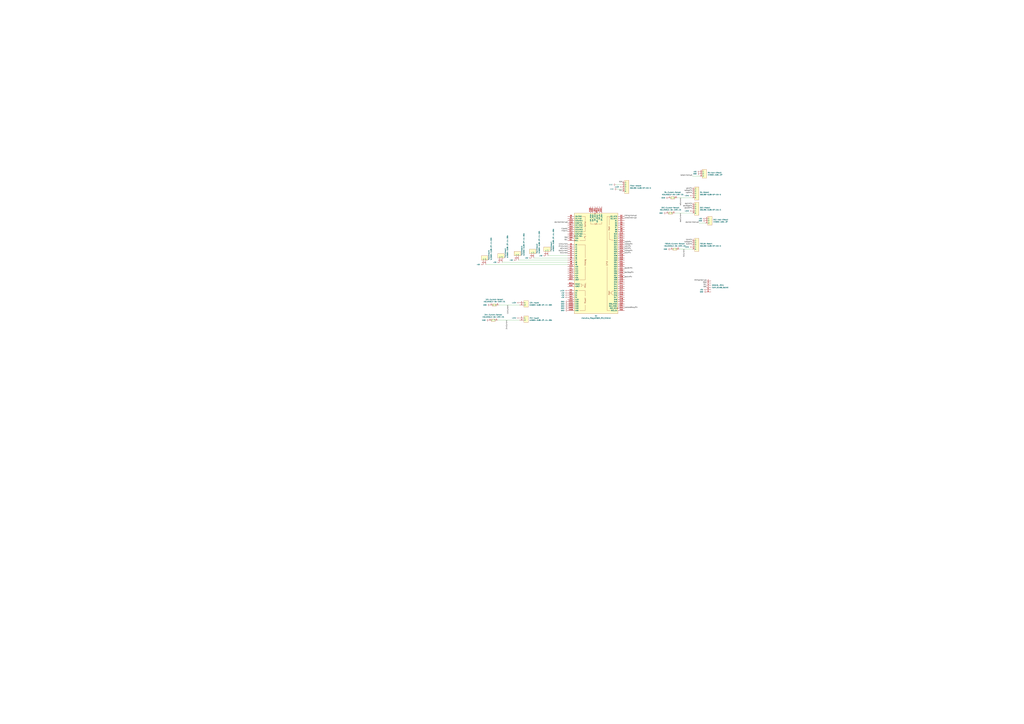
<source format=kicad_sch>
(kicad_sch (version 20230121) (generator eeschema)
  (paper "A0")
  (lib_symbols
    (symbol "Connector:Conn_01x06_Socket" (pin_names (offset 1.016) hide)
      (property "Reference" "J" (at 0 7.62 0))
      (property "Value" "Conn_01x06_Socket" (at 0 -10.16 0))
      (symbol "Conn_01x06_Socket_1_1"
        (arc (start 0 -7.112) (mid -0.5058 -7.62) (end 0 -8.128) (stroke (width 0.1524)))
        (arc (start 0 -4.572) (mid -0.5058 -5.08) (end 0 -5.588) (stroke (width 0.1524)))
        (arc (start 0 -2.032) (mid -0.5058 -2.54) (end 0 -3.048) (stroke (width 0.1524)))
        (polyline (pts (xy -1.27 -7.62) (xy -0.508 -7.62)) (stroke (width 0.1524)))
        (polyline (pts (xy -1.27 -5.08) (xy -0.508 -5.08)) (stroke (width 0.1524)))
        (polyline (pts (xy -1.27 -2.54) (xy -0.508 -2.54)) (stroke (width 0.1524)))
        (polyline (pts (xy -1.27 0) (xy -0.508 0)) (stroke (width 0.1524)))
        (polyline (pts (xy -1.27 2.54) (xy -0.508 2.54)) (stroke (width 0.1524)))
        (polyline (pts (xy -1.27 5.08) (xy -0.508 5.08)) (stroke (width 0.1524)))
        (arc (start 0 0.508) (mid -0.5058 0) (end 0 -0.508) (stroke (width 0.1524)))
        (arc (start 0 3.048) (mid -0.5058 2.54) (end 0 2.032) (stroke (width 0.1524)))
        (arc (start 0 5.588) (mid -0.5058 5.08) (end 0 4.572) (stroke (width 0.1524)))
        (pin passive line (at -5.08 5.08 0) (length 3.81) (name "Pin_1") (number "1"))
        (pin passive line (at -5.08 2.54 0) (length 3.81) (name "Pin_2") (number "2"))
        (pin passive line (at -5.08 0 0) (length 3.81) (name "Pin_3") (number "3"))
        (pin passive line (at -5.08 -2.54 0) (length 3.81) (name "Pin_4") (number "4"))
        (pin passive line (at -5.08 -5.08 0) (length 3.81) (name "Pin_5") (number "5"))
        (pin passive line (at -5.08 -7.62 0) (length 3.81) (name "Pin_6") (number "6"))
      )
    )
    (symbol "New:DB128V-5.08-5P-GN-S"
      (property "Reference" "CN" (at 0 10.16 0))
      (property "Value" "DB128V-5.08-5P-GN-S" (at 0 -10.16 0))
      (symbol "DB128V-5.08-5P-GN-S_0_1"
        (rectangle (start -2.54 7.62) (end 2.54 -7.62) (fill (type background)))
        (circle (center -1.27 6.35) (radius 0.38))
        (pin unspecified line (at -5.08 5.08 0) (length 2.54) (name "1") (number "1"))
        (pin unspecified line (at -5.08 2.54 0) (length 2.54) (name "2") (number "2"))
        (pin unspecified line (at -5.08 0 0) (length 2.54) (name "3") (number "3"))
        (pin unspecified line (at -5.08 -2.54 0) (length 2.54) (name "4") (number "4"))
        (pin unspecified line (at -5.08 -5.08 0) (length 2.54) (name "5") (number "5"))
      )
    )
    (symbol "New:HOJLR2512-3W-1MR-1%"
      (property "Reference" "R" (at 0 5.08 0))
      (property "Value" "HOJLR2512-3W-1MR-1%" (at 0 -5.08 0))
      (symbol "HOJLR2512-3W-1MR-1%_0_1"
        (rectangle (start -2.54 1.27) (end 2.54 -1.27) (fill (type background)))
        (pin unspecified line (at -5.08 0 0) (length 2.54) (name "1") (number "1"))
        (pin unspecified line (at 5.08 0 180) (length 2.54) (name "2") (number "2"))
      )
    )
    (symbol "New:WJ500V-5.08-2P-14-00A"
      (property "Reference" "P" (at 0 0 0))
      (property "Value" "WJ500V-5.08-2P-14-00A" (at 0 -10.16 0))
      (symbol "WJ500V-5.08-2P-14-00A_0_1"
        (rectangle (start -3.81 5.08) (end 3.81 0) (fill (type background)))
        (pin unspecified line (at -1.27 -5.08 90) (length 5.08) (name "1") (number "1"))
        (pin unspecified line (at 1.27 -5.08 90) (length 5.08) (name "2") (number "2"))
      )
    )
    (symbol "New:XY303V-3.81-3P"
      (property "Reference" "U" (at 0 7.62 0))
      (property "Value" "XY303V-3.81-3P" (at 0 -7.62 0))
      (symbol "XY303V-3.81-3P_0_1"
        (rectangle (start -2.54 5.08) (end 2.54 -5.08) (fill (type background)))
        (circle (center -1.27 3.81) (radius 0.38))
        (pin unspecified line (at -5.08 2.54 0) (length 2.54) (name "1") (number "1"))
        (pin unspecified line (at -5.08 0 0) (length 2.54) (name "2") (number "2"))
        (pin unspecified line (at -5.08 -2.54 0) (length 2.54) (name "3") (number "3"))
      )
    )
    (symbol "arduino-library:Arduino_Mega2560_R3_Shield" (pin_names (offset 1.016))
      (property "Reference" "A" (at 0 -62.23 0))
      (property "Value" "Arduino_Mega2560_R3_Shield" (at 0 -66.04 0))
      (symbol "Arduino_Mega2560_R3_Shield_0_0"
        (rectangle (start -25.4 -58.42) (end 25.4 58.42) (fill (type background)))
        (rectangle (start -20.32 -31.75) (end -12.7 -31.75))
        (rectangle (start -19.05 -54.61) (end -12.7 -54.61))
        (rectangle (start -19.05 -19.05) (end -12.7 -19.05))
        (rectangle (start -19.05 26.67) (end -12.7 26.67))
        (rectangle (start -17.78 -26.67) (end -16.51 -26.67))
        (rectangle (start -17.78 -24.13) (end -16.51 -24.13))
        (rectangle (start -16.51 -25.4) (end -13.97 -25.4))
        (rectangle (start -16.51 -24.13) (end -16.51 -26.67))
        (rectangle (start -16.51 54.61) (end -12.7 54.61))
        (rectangle (start -15.24 34.29) (end -12.7 34.29))
        (rectangle (start -15.24 36.83) (end -12.7 36.83))
        (rectangle (start -12.7 -54.61) (end -12.7 -48.26))
        (rectangle (start -12.7 -31.75) (end -12.7 -38.1))
        (rectangle (start -12.7 26.67) (end -12.7 27.94))
        (rectangle (start -12.7 34.29) (end -12.7 33.02))
        (rectangle (start -12.7 41.91) (end -12.7 36.83))
        (rectangle (start -12.7 49.53) (end -12.7 54.61))
        (rectangle (start -6.35 48.26) (end -6.35 45.72))
        (rectangle (start -2.54 45.72) (end -6.35 45.72))
        (polyline (pts (xy -21.59 21.59) (xy -12.7 21.59)))
        (polyline (pts (xy -12.7 -19.05) (xy -12.7 -3.81)))
        (polyline (pts (xy -12.7 6.35) (xy -12.7 21.59)))
        (polyline (pts (xy 12.7 -54.61) (xy 16.51 -54.61)))
        (polyline (pts (xy 12.7 54.61) (xy 16.51 54.61)))
        (polyline (pts (xy 17.78 -34.29) (xy 16.51 -34.29)))
        (polyline (pts (xy 15.24 36.83) (xy 15.24 27.94) (xy 20.32 26.67)))
        (polyline (pts (xy 15.24 44.45) (xy 15.24 53.34) (xy 16.51 54.61)))
        (polyline (pts (xy 20.32 -31.75) (xy 17.78 -33.02) (xy 17.78 -35.56) (xy 20.32 -36.83)))
        (rectangle (start 6.35 45.72) (end 2.54 45.72))
        (rectangle (start 6.35 48.26) (end 6.35 45.72))
        (text "Analog" (at -12.7 1.27 900) (effects (font (size 1.524 1.524))))
        (text "I²C" (at -12.7 30.48 900) (effects (font (size 1.524 1.524))))
        (text "Misc." (at -12.7 -25.4 900) (effects (font (size 1.524 1.524))))
        (text "Power" (at -12.7 -43.18 900) (effects (font (size 1.524 1.524))))
        (text "PWM" (at 15.24 -34.29 900) (effects (font (size 1.524 1.524))))
        (text "PWM" (at 15.24 40.64 900) (effects (font (size 1.524 1.524))))
        (text "Serial" (at -12.7 45.72 900) (effects (font (size 1.524 1.524))))
        (text "SPI" (at 0 45.72 0) (effects (font (size 1.524 1.524))))
      )
      (symbol "Arduino_Mega2560_R3_Shield_1_0"
        (rectangle (start 12.7 -54.61) (end 12.7 -3.81))
        (rectangle (start 12.7 54.61) (end 12.7 3.81))
        (text "GPIO" (at 12.7 0 900) (effects (font (size 1.524 1.524))))
      )
      (symbol "Arduino_Mega2560_R3_Shield_1_1"
        (pin power_out line (at -33.02 -41.91 0) (length 7.62) (name "3.3V") (number "3V3"))
        (pin power_in line (at -33.02 -34.29 0) (length 7.62) (name "5V") (number "5V1"))
        (pin power_in line (at 3.81 66.04 270) (length 7.62) (name "SPI_5V") (number "5V2"))
        (pin power_in line (at -33.02 -36.83 0) (length 7.62) (name "5V") (number "5V3"))
        (pin power_in line (at -33.02 -39.37 0) (length 7.62) (name "5V") (number "5V4"))
        (pin bidirectional line (at -33.02 21.59 0) (length 7.62) (name "A0") (number "A0"))
        (pin bidirectional line (at -33.02 19.05 0) (length 7.62) (name "A1") (number "A1"))
        (pin bidirectional line (at -33.02 -3.81 0) (length 7.62) (name "A10") (number "A10"))
        (pin bidirectional line (at -33.02 -6.35 0) (length 7.62) (name "A11") (number "A11"))
        (pin bidirectional line (at -33.02 -8.89 0) (length 7.62) (name "A12") (number "A12"))
        (pin bidirectional line (at -33.02 -11.43 0) (length 7.62) (name "A13") (number "A13"))
        (pin bidirectional line (at -33.02 -13.97 0) (length 7.62) (name "A14") (number "A14"))
        (pin bidirectional line (at -33.02 -16.51 0) (length 7.62) (name "A15") (number "A15"))
        (pin bidirectional line (at -33.02 16.51 0) (length 7.62) (name "A2") (number "A2"))
        (pin bidirectional line (at -33.02 13.97 0) (length 7.62) (name "A3") (number "A3"))
        (pin bidirectional line (at -33.02 11.43 0) (length 7.62) (name "A4") (number "A4"))
        (pin bidirectional line (at -33.02 8.89 0) (length 7.62) (name "A5") (number "A5"))
        (pin bidirectional line (at -33.02 6.35 0) (length 7.62) (name "A6") (number "A6"))
        (pin bidirectional line (at -33.02 3.81 0) (length 7.62) (name "A7") (number "A7"))
        (pin bidirectional line (at -33.02 1.27 0) (length 7.62) (name "A8") (number "A8"))
        (pin bidirectional line (at -33.02 -1.27 0) (length 7.62) (name "A9") (number "A9"))
        (pin input line (at -33.02 -19.05 0) (length 7.62) (name "AREF") (number "AREF"))
        (pin bidirectional line (at -33.02 54.61 0) (length 7.62) (name "D0/RX0") (number "D0"))
        (pin bidirectional line (at -33.02 52.07 0) (length 7.62) (name "D1/TX0") (number "D1"))
        (pin bidirectional line (at 33.02 34.29 180) (length 7.62) (name "D10") (number "D10"))
        (pin bidirectional line (at 33.02 31.75 180) (length 7.62) (name "D11") (number "D11"))
        (pin bidirectional line (at 33.02 29.21 180) (length 7.62) (name "D12") (number "D12"))
        (pin bidirectional line (at 33.02 26.67 180) (length 7.62) (name "D13") (number "D13"))
        (pin bidirectional line (at -33.02 36.83 0) (length 7.62) (name "D14/TX3") (number "D14"))
        (pin bidirectional line (at -33.02 39.37 0) (length 7.62) (name "D15/RX3") (number "D15"))
        (pin bidirectional line (at -33.02 41.91 0) (length 7.62) (name "D16/TX2") (number "D16"))
        (pin bidirectional line (at -33.02 44.45 0) (length 7.62) (name "D17/RX2") (number "D17"))
        (pin bidirectional line (at -33.02 46.99 0) (length 7.62) (name "D18/TX1") (number "D18"))
        (pin bidirectional line (at -33.02 49.53 0) (length 7.62) (name "D19/RX1") (number "D19"))
        (pin bidirectional line (at 33.02 54.61 180) (length 7.62) (name "D2_INT0") (number "D2"))
        (pin bidirectional line (at -33.02 34.29 0) (length 7.62) (name "D20/SDA") (number "D20"))
        (pin bidirectional clock (at -33.02 31.75 0) (length 7.62) (name "D21/SCL") (number "D21"))
        (pin bidirectional line (at 33.02 24.13 180) (length 7.62) (name "D22") (number "D22"))
        (pin bidirectional line (at 33.02 21.59 180) (length 7.62) (name "D23") (number "D23"))
        (pin bidirectional line (at 33.02 19.05 180) (length 7.62) (name "D24") (number "D24"))
        (pin bidirectional line (at 33.02 16.51 180) (length 7.62) (name "D25") (number "D25"))
        (pin bidirectional line (at 33.02 13.97 180) (length 7.62) (name "D26") (number "D26"))
        (pin bidirectional line (at 33.02 11.43 180) (length 7.62) (name "D27") (number "D27"))
        (pin bidirectional line (at 33.02 8.89 180) (length 7.62) (name "D28") (number "D28"))
        (pin bidirectional line (at 33.02 6.35 180) (length 7.62) (name "D29") (number "D29"))
        (pin bidirectional line (at 33.02 52.07 180) (length 7.62) (name "D3_INT1") (number "D3"))
        (pin bidirectional line (at 33.02 3.81 180) (length 7.62) (name "D30") (number "D30"))
        (pin bidirectional line (at 33.02 1.27 180) (length 7.62) (name "D31") (number "D31"))
        (pin bidirectional line (at 33.02 -1.27 180) (length 7.62) (name "D32") (number "D32"))
        (pin bidirectional line (at 33.02 -3.81 180) (length 7.62) (name "D33") (number "D33"))
        (pin bidirectional line (at 33.02 -6.35 180) (length 7.62) (name "D34") (number "D34"))
        (pin bidirectional line (at 33.02 -8.89 180) (length 7.62) (name "D35") (number "D35"))
        (pin bidirectional line (at 33.02 -11.43 180) (length 7.62) (name "D36") (number "D36"))
        (pin bidirectional line (at 33.02 -13.97 180) (length 7.62) (name "D37") (number "D37"))
        (pin bidirectional line (at 33.02 -16.51 180) (length 7.62) (name "D38") (number "D38"))
        (pin bidirectional line (at 33.02 -19.05 180) (length 7.62) (name "D39") (number "D39"))
        (pin bidirectional line (at 33.02 49.53 180) (length 7.62) (name "D4") (number "D4"))
        (pin bidirectional line (at 33.02 -21.59 180) (length 7.62) (name "D40") (number "D40"))
        (pin bidirectional line (at 33.02 -24.13 180) (length 7.62) (name "D41") (number "D41"))
        (pin bidirectional line (at 33.02 -26.67 180) (length 7.62) (name "D42") (number "D42"))
        (pin bidirectional line (at 33.02 -29.21 180) (length 7.62) (name "D43") (number "D43"))
        (pin bidirectional line (at 33.02 -31.75 180) (length 7.62) (name "D44") (number "D44"))
        (pin bidirectional line (at 33.02 -34.29 180) (length 7.62) (name "D45") (number "D45"))
        (pin bidirectional line (at 33.02 -36.83 180) (length 7.62) (name "D46") (number "D46"))
        (pin bidirectional line (at 33.02 -39.37 180) (length 7.62) (name "D47") (number "D47"))
        (pin bidirectional line (at 33.02 -41.91 180) (length 7.62) (name "D48") (number "D48"))
        (pin bidirectional line (at 33.02 -44.45 180) (length 7.62) (name "D49") (number "D49"))
        (pin bidirectional line (at 33.02 46.99 180) (length 7.62) (name "D5") (number "D5"))
        (pin bidirectional line (at 33.02 -46.99 180) (length 7.62) (name "D50_MISO") (number "D50"))
        (pin bidirectional line (at 33.02 -49.53 180) (length 7.62) (name "D51_MOSI") (number "D51"))
        (pin bidirectional clock (at 33.02 -52.07 180) (length 7.62) (name "D52_SCK") (number "D52"))
        (pin bidirectional line (at 33.02 -54.61 180) (length 7.62) (name "D53_CS") (number "D53"))
        (pin bidirectional line (at 33.02 44.45 180) (length 7.62) (name "D6") (number "D6"))
        (pin bidirectional line (at 33.02 41.91 180) (length 7.62) (name "D7") (number "D7"))
        (pin bidirectional line (at 33.02 39.37 180) (length 7.62) (name "D8") (number "D8"))
        (pin bidirectional line (at 33.02 36.83 180) (length 7.62) (name "D9") (number "D9"))
        (pin power_in line (at -33.02 -44.45 0) (length 7.62) (name "GND") (number "GND1"))
        (pin power_in line (at -33.02 -46.99 0) (length 7.62) (name "GND") (number "GND2"))
        (pin power_in line (at -33.02 -49.53 0) (length 7.62) (name "GND") (number "GND3"))
        (pin power_in line (at 6.35 66.04 270) (length 7.62) (name "SPI_GND") (number "GND4"))
        (pin power_in line (at -33.02 -52.07 0) (length 7.62) (name "GND") (number "GND5"))
        (pin power_in line (at -33.02 -54.61 0) (length 7.62) (name "GND") (number "GND6"))
        (pin output line (at -33.02 -26.67 0) (length 7.62) (name "IOREF") (number "IORF"))
        (pin input line (at -6.35 66.04 270) (length 7.62) (name "SPI_MISO") (number "MISO"))
        (pin output line (at -3.81 66.04 270) (length 7.62) (name "SPI_MOSI") (number "MOSI"))
        (pin open_collector input_low (at -33.02 -24.13 0) (length 7.62) (name "RESET") (number "RST1"))
        (pin open_collector input_low (at 1.27 66.04 270) (length 7.62) (name "SPI_RESET") (number "RST2"))
        (pin output clock (at -1.27 66.04 270) (length 7.62) (name "SPI_SCK") (number "SCK"))
        (pin bidirectional clock (at -33.02 26.67 0) (length 7.62) (name "SCL") (number "SCL"))
        (pin bidirectional line (at -33.02 29.21 0) (length 7.62) (name "SDA") (number "SDA"))
        (pin power_in line (at -33.02 -31.75 0) (length 7.62) (name "VIN") (number "VIN"))
      )
    )
    (symbol "power:+12V" (power) (pin_names (offset 0))
      (property "Value" "+12V" (at 0 3.556 0))
      (symbol "+12V_0_1"
        (polyline (pts (xy -0.762 1.27) (xy 0 2.54)))
        (polyline (pts (xy 0 0) (xy 0 2.54)))
        (polyline (pts (xy 0 2.54) (xy 0.762 1.27)))
      )
      (symbol "+12V_1_1"
        (pin power_in line (at 0 0 90) (length 0) hide (name "+12V") (number "1"))
      )
    )
    (symbol "power:+24V" (power) (pin_names (offset 0))
      (property "Value" "+24V" (at 0 3.556 0))
      (symbol "+24V_0_1"
        (polyline (pts (xy -0.762 1.27) (xy 0 2.54)))
        (polyline (pts (xy 0 0) (xy 0 2.54)))
        (polyline (pts (xy 0 2.54) (xy 0.762 1.27)))
      )
      (symbol "+24V_1_1"
        (pin power_in line (at 0 0 90) (length 0) hide (name "+24V") (number "1"))
      )
    )
    (symbol "power:+5V" (power) (pin_names (offset 0))
      (property "Value" "+5V" (at 0 3.556 0))
      (symbol "+5V_0_1"
        (polyline (pts (xy -0.762 1.27) (xy 0 2.54)))
        (polyline (pts (xy 0 0) (xy 0 2.54)))
        (polyline (pts (xy 0 2.54) (xy 0.762 1.27)))
      )
      (symbol "+5V_1_1"
        (pin power_in line (at 0 0 90) (length 0) hide (name "+5V") (number "1"))
      )
    )
    (symbol "power:GND" (power) (pin_names (offset 0))
      (property "Value" "GND" (at 0 -3.81 0))
      (symbol "GND_0_1"
        (polyline (pts (xy 0 0) (xy 0 -1.27) (xy 1.27 -1.27) (xy 0 -2.54) (xy -1.27 -1.27) (xy 0 -1.27)))
      )
      (symbol "GND_1_1"
        (pin power_in line (at 0 0 270) (length 0) hide (name "GND") (number "1"))
      )
    )
  )
  (wire (pts (xy 716.28 219.71) (xy 722.63 219.71)))
  (wire (pts (xy 803.91 204.47) (xy 812.8 204.47)))
  (wire (pts (xy 582.93 304.8) (xy 659.13 304.8)))
  (wire (pts (xy 601.98 302.26) (xy 659.13 302.26)))
  (wire (pts (xy 715.01 214.63) (xy 722.63 214.63)))
  (wire (pts (xy 619.76 299.72) (xy 659.13 299.72)))
  (wire (pts (xy 783.59 247.65) (xy 803.91 247.65)))
  (wire (pts (xy 636.27 297.18) (xy 659.13 297.18)))
  (wire (pts (xy 577.85 372.11) (xy 603.25 372.11)))
  (wire (pts (xy 811.53 259.08) (xy 819.15 259.08)))
  (wire (pts (xy 579.12 354.33) (xy 603.25 354.33)))
  (wire (pts (xy 786.13 229.87) (xy 803.91 229.87)))
  (wire (pts (xy 788.67 289.56) (xy 803.91 289.56)))
  (wire (pts (xy 563.88 307.34) (xy 659.13 307.34)))
  (label "raEnPin" (at 725.17 287.02 0))
  (label "raEnPin" (at 803.91 219.71 180))
  (label "SDA" (at 659.13 276.86 180))
  (label "decHallInterrupt" (at 811.53 259.08 180))
  (label "SCL" (at 659.13 279.4 180))
  (label "raStepPin" (at 725.17 284.48 0))
  (label "SCL" (at 820.42 331.47 180))
  (label "decEnPin" (at 803.91 237.49 180))
  (label "raStepPin" (at 803.91 222.25 180))
  (label "12vCurrent" (at 590.55 354.33 270))
  (label "timingInterrupt" (at 820.42 326.39 180))
  (label "fcEnPin" (at 725.17 294.64 0))
  (label "raHallInterrupt" (at 725.17 254 0))
  (label "raHallInterrupt" (at 803.91 204.47 180))
  (label "raDirPin" (at 725.17 281.94 0))
  (label "fcStepPin" (at 725.17 292.1 0))
  (label "fcEnPin" (at 803.91 279.4 180))
  (label "12vCurrent" (at 659.13 284.48 180))
  (label "decCurrent" (at 659.13 292.1 180))
  (label "fcDirPin" (at 803.91 284.48 180))
  (label "raCurrent" (at 791.21 229.87 270))
  (label "decCurrent" (at 791.21 247.65 270))
  (label "decDirPin" (at 803.91 242.57 180))
  (label "FilterTx" (at 659.13 269.24 180))
  (label "fcCurrent" (at 659.13 294.64 180))
  (label "SDA" (at 722.63 212.09 180))
  (label "decStepPin" (at 803.91 240.03 180))
  (label "decHallInterrupt" (at 659.13 259.08 180))
  (label "SQW" (at 820.42 328.93 180))
  (label "24vCurrent" (at 589.28 372.11 270))
  (label "FilterRx" (at 659.13 266.7 180))
  (label "cameraRelayPin" (at 725.17 358.14 0))
  (label "fcStepPin" (at 803.91 281.94 180))
  (label "raDirPin" (at 803.91 224.79 180))
  (label "SCL" (at 722.63 222.25 180))
  (label "timingInterrupt" (at 725.17 251.46 0))
  (label "raCurrent" (at 659.13 289.56 180))
  (label "24vCurrent" (at 659.13 287.02 180))
  (label "fcCurrent" (at 795.02 289.56 270))
  (label "decEnPin" (at 725.17 322.58 0))
  (label "fcDirPin" (at 725.17 289.56 0))
  (label "decStepPin" (at 725.17 317.5 0))
  (label "SDA" (at 820.42 334.01 180))
  (label "decDirPin" (at 725.17 312.42 0))
  (symbol (lib_id "New:XY303V-3.81-3P") (at 824.23 256.54 0) (unit 1)
    (property "Reference" "DEC-Hall-Effect1" (at 828.04 255.27 0) (effects (justify left)))
    (property "Value" "XY303V-3.81-3P" (at 828.04 257.81 0) (effects (justify left)))
    (property "Footprint" "New:CONN-TH_XY303V-3.81-3P" (effects hide))
    (property "Datasheet" "https://lcsc.com/product-detail/Screw-terminal_XY303V-3-81-3P_C557684.html" (effects hide))
    (property "LCSC Part" "C557684" (effects hide))
  )
  (symbol (lib_id "power:GND") (at 659.13 360.68 270) (unit 1)
    (property "Reference" "#PWR033" (effects hide))
    (property "Value" "GND" (at 655.32 360.68 90) (effects (justify right)))
  )
  (symbol (lib_id "New:WJ500V-5.08-2P-14-00A") (at 618.49 294.64 0) (unit 1)
    (property "Reference" "Thermistor2" (at 623.57 294.64 90) (effects (justify left)))
    (property "Value" "WJ500V-5.08-2P-14-00A" (at 626.11 294.64 90) (effects (justify left)))
    (property "Footprint" "New:CONN-TH_2P-P5.00_WJ500V-5.08-2P" (effects hide))
    (property "Datasheet" "https://lcsc.com/product-detail/Terminal-Blocks_WJ500V-5-08-2P_C8465.html" (effects hide))
    (property "LCSC Part" "C8465" (effects hide))
  )
  (symbol (lib_id "power:+5V") (at 617.22 299.72 90) (unit 1)
    (property "Reference" "#PWR015" (effects hide))
    (property "Value" "+5V" (at 613.41 299.72 90) (effects (justify left)))
  )
  (symbol (lib_id "power:+5V") (at 819.15 254 90) (unit 1)
    (property "Reference" "#PWR02" (effects hide))
    (property "Value" "+5V" (at 815.34 254 90) (effects (justify left)))
  )
  (symbol (lib_id "power:+5V") (at 659.13 345.44 90) (unit 1)
    (property "Reference" "#PWR028" (effects hide))
    (property "Value" "+5V" (at 655.32 345.44 90) (effects (justify left)))
  )
  (symbol (lib_id "power:+5V") (at 820.42 336.55 90) (unit 1)
    (property "Reference" "#PWR05" (effects hide))
    (property "Value" "+5V" (at 816.61 336.55 90) (effects (justify left)))
  )
  (symbol (lib_id "power:+24V") (at 803.91 245.11 90) (unit 1)
    (property "Reference" "#PWR08" (effects hide))
    (property "Value" "+24V" (at 800.1 245.11 90) (effects (justify left)))
  )
  (symbol (lib_id "New:HOJLR2512-3W-1MR-1%") (at 572.77 372.11 0) (unit 1)
    (property "Reference" "24V-Current-Sense1" (at 572.77 365.76 0))
    (property "Value" "HOJLR2512-3W-1MR-1%" (at 572.77 368.3 0))
    (property "Footprint" "New:RES-SMD_L6.4-W3.2-R2512" (effects hide))
    (property "LCSC Part" "C2903470" (effects hide))
  )
  (symbol (lib_id "New:DB128V-5.08-5P-GN-S") (at 808.99 242.57 0) (unit 1)
    (property "Reference" "DEC-Motor1" (at 812.8 241.3 0) (effects (justify left)))
    (property "Value" "DB128V-5.08-5P-GN-S" (at 812.8 243.84 0) (effects (justify left)))
    (property "Footprint" "New:CONN-TH_5P-P5.08_DIBO_DB128V-5.08-5P-GN-S" (effects hide))
    (property "LCSC Part" "C2927513" (effects hide))
  )
  (symbol (lib_id "power:GND") (at 568.96 354.33 270) (unit 1)
    (property "Reference" "#PWR023" (effects hide))
    (property "Value" "GND" (at 565.15 354.33 90) (effects (justify right)))
  )
  (symbol (lib_id "power:GND") (at 819.15 256.54 270) (unit 1)
    (property "Reference" "#PWR04" (effects hide))
    (property "Value" "GND" (at 815.34 256.54 90) (effects (justify right)))
  )
  (symbol (lib_id "power:+12V") (at 659.13 337.82 90) (unit 1)
    (property "Reference" "#PWR025" (effects hide))
    (property "Value" "+12V" (at 655.32 337.82 90) (effects (justify left)))
  )
  (symbol (lib_id "New:HOJLR2512-3W-1MR-1%") (at 781.05 229.87 0) (unit 1)
    (property "Reference" "RA-Current-Sense1" (at 781.05 223.52 0))
    (property "Value" "HOJLR2512-3W-1MR-1%" (at 781.05 226.06 0))
    (property "Footprint" "New:RES-SMD_L6.4-W3.2-R2512" (effects hide))
    (property "LCSC Part" "C2903470" (effects hide))
  )
  (symbol (lib_id "power:GND") (at 716.28 219.71 270) (unit 1)
    (property "Reference" "#PWR017" (effects hide))
    (property "Value" "GND" (at 712.47 219.71 90) (effects (justify right)))
  )
  (symbol (lib_id "power:GND") (at 778.51 289.56 270) (unit 1)
    (property "Reference" "#PWR013" (effects hide))
    (property "Value" "GND" (at 774.7 289.56 90) (effects (justify right)))
  )
  (symbol (lib_id "power:+5V") (at 659.13 340.36 90) (unit 1)
    (property "Reference" "#PWR026" (effects hide))
    (property "Value" "+5V" (at 655.32 340.36 90) (effects (justify left)))
  )
  (symbol (lib_id "power:GND") (at 812.8 201.93 270) (unit 1)
    (property "Reference" "#PWR03" (effects hide))
    (property "Value" "GND" (at 808.99 201.93 90) (effects (justify right)))
  )
  (symbol (lib_id "power:+24V") (at 803.91 287.02 90) (unit 1)
    (property "Reference" "#PWR07" (effects hide))
    (property "Value" "+24V" (at 800.1 287.02 90) (effects (justify left)))
  )
  (symbol (lib_id "New:WJ500V-5.08-2P-14-00A") (at 608.33 370.84 270) (unit 1)
    (property "Reference" "24V-Input1" (at 614.68 369.57 90) (effects (justify left)))
    (property "Value" "WJ500V-5.08-2P-14-00A" (at 614.68 372.11 90) (effects (justify left)))
    (property "Footprint" "New:CONN-TH_2P-P5.00_WJ500V-5.08-2P" (effects hide))
    (property "Datasheet" "https://lcsc.com/product-detail/Terminal-Blocks_WJ500V-5-08-2P_C8465.html" (effects hide))
    (property "LCSC Part" "C8465" (effects hide))
  )
  (symbol (lib_id "New:WJ500V-5.08-2P-14-00A") (at 635 292.1 0) (unit 1)
    (property "Reference" "Thermistor1" (at 640.08 292.1 90) (effects (justify left)))
    (property "Value" "WJ500V-5.08-2P-14-00A" (at 642.62 292.1 90) (effects (justify left)))
    (property "Footprint" "New:CONN-TH_2P-P5.00_WJ500V-5.08-2P" (effects hide))
    (property "Datasheet" "https://lcsc.com/product-detail/Terminal-Blocks_WJ500V-5-08-2P_C8465.html" (effects hide))
    (property "LCSC Part" "C8465" (effects hide))
  )
  (symbol (lib_id "New:HOJLR2512-3W-1MR-1%") (at 783.59 289.56 0) (unit 1)
    (property "Reference" "FOCUS-Current-Sense1" (at 783.59 283.21 0))
    (property "Value" "HOJLR2512-3W-1MR-1%" (at 783.59 285.75 0))
    (property "Footprint" "New:RES-SMD_L6.4-W3.2-R2512" (effects hide))
    (property "LCSC Part" "C2903470" (effects hide))
  )
  (symbol (lib_id "New:XY303V-3.81-3P") (at 817.88 201.93 0) (unit 1)
    (property "Reference" "RA-Hall-Effect1" (at 821.69 200.66 0) (effects (justify left)))
    (property "Value" "XY303V-3.81-3P" (at 821.69 203.2 0) (effects (justify left)))
    (property "Footprint" "New:CONN-TH_XY303V-3.81-3P" (effects hide))
    (property "Datasheet" "https://lcsc.com/product-detail/Screw-terminal_XY303V-3-81-3P_C557684.html" (effects hide))
    (property "LCSC Part" "C557684" (effects hide))
  )
  (symbol (lib_id "power:+5V") (at 599.44 302.26 90) (unit 1)
    (property "Reference" "#PWR019" (effects hide))
    (property "Value" "+5V" (at 595.63 302.26 90) (effects (justify left)))
  )
  (symbol (lib_id "New:WJ500V-5.08-2P-14-00A") (at 562.61 302.26 0) (unit 1)
    (property "Reference" "Thermistor5" (at 567.69 302.26 90) (effects (justify left)))
    (property "Value" "WJ500V-5.08-2P-14-00A" (at 570.23 302.26 90) (effects (justify left)))
    (property "Footprint" "New:CONN-TH_2P-P5.00_WJ500V-5.08-2P" (effects hide))
    (property "Datasheet" "https://lcsc.com/product-detail/Terminal-Blocks_WJ500V-5-08-2P_C8465.html" (effects hide))
    (property "LCSC Part" "C8465" (effects hide))
  )
  (symbol (lib_id "power:GND") (at 773.43 247.65 270) (unit 1)
    (property "Reference" "#PWR011" (effects hide))
    (property "Value" "GND" (at 769.62 247.65 90) (effects (justify right)))
  )
  (symbol (lib_id "New:WJ500V-5.08-2P-14-00A") (at 581.66 299.72 0) (unit 1)
    (property "Reference" "Thermistor4" (at 586.74 299.72 90) (effects (justify left)))
    (property "Value" "WJ500V-5.08-2P-14-00A" (at 589.28 299.72 90) (effects (justify left)))
    (property "Footprint" "New:CONN-TH_2P-P5.00_WJ500V-5.08-2P" (effects hide))
    (property "Datasheet" "https://lcsc.com/product-detail/Terminal-Blocks_WJ500V-5-08-2P_C8465.html" (effects hide))
    (property "LCSC Part" "C8465" (effects hide))
  )
  (symbol (lib_id "power:GND") (at 567.69 372.11 270) (unit 1)
    (property "Reference" "#PWR024" (effects hide))
    (property "Value" "GND" (at 563.88 372.11 90) (effects (justify right)))
  )
  (symbol (lib_id "power:+24V") (at 803.91 227.33 90) (unit 1)
    (property "Reference" "#PWR09" (effects hide))
    (property "Value" "+24V" (at 800.1 227.33 90) (effects (justify left)))
  )
  (symbol (lib_id "power:GND") (at 659.13 353.06 270) (unit 1)
    (property "Reference" "#PWR030" (effects hide))
    (property "Value" "GND" (at 655.32 353.06 90) (effects (justify right)))
  )
  (symbol (lib_id "power:GND") (at 659.13 358.14 270) (unit 1)
    (property "Reference" "#PWR032" (effects hide))
    (property "Value" "GND" (at 655.32 358.14 90) (effects (justify right)))
  )
  (symbol (lib_id "New:WJ500V-5.08-2P-14-00A") (at 608.33 353.06 270) (unit 1)
    (property "Reference" "12V-Input1" (at 614.68 351.79 90) (effects (justify left)))
    (property "Value" "WJ500V-5.08-2P-14-00A" (at 614.68 354.33 90) (effects (justify left)))
    (property "Footprint" "New:CONN-TH_2P-P5.00_WJ500V-5.08-2P" (effects hide))
    (property "Datasheet" "https://lcsc.com/product-detail/Terminal-Blocks_WJ500V-5-08-2P_C8465.html" (effects hide))
    (property "LCSC Part" "C8465" (effects hide))
  )
  (symbol (lib_id "power:+5V") (at 812.8 199.39 90) (unit 1)
    (property "Reference" "#PWR01" (effects hide))
    (property "Value" "+5V" (at 808.99 199.39 90) (effects (justify left)))
  )
  (symbol (lib_id "Connector:Conn_01x06_Socket") (at 825.5 331.47 0) (unit 1)
    (property "Reference" "DS3131-RTC1" (at 826.77 331.47 0) (effects (justify left)))
    (property "Value" "Conn_01x06_Socket" (at 826.77 334.01 0) (effects (justify left)))
    (property "Footprint" "Connector_PinHeader_2.54mm:PinHeader_1x06_P2.54mm_Horizontal" (effects hide))
  )
  (symbol (lib_id "New:DB128V-5.08-5P-GN-S") (at 727.71 217.17 0) (unit 1)
    (property "Reference" "Filter-Wheel1" (at 731.52 215.9 0) (effects (justify left)))
    (property "Value" "DB128V-5.08-5P-GN-S" (at 731.52 218.44 0) (effects (justify left)))
    (property "Footprint" "New:CONN-TH_5P-P5.08_DIBO_DB128V-5.08-5P-GN-S" (effects hide))
    (property "LCSC Part" "C2927513" (effects hide))
  )
  (symbol (lib_id "power:+5V") (at 659.13 342.9 90) (unit 1)
    (property "Reference" "#PWR027" (effects hide))
    (property "Value" "+5V" (at 655.32 342.9 90) (effects (justify left)))
  )
  (symbol (lib_id "power:+12V") (at 603.25 351.79 90) (unit 1)
    (property "Reference" "#PWR022" (effects hide))
    (property "Value" "+12V" (at 599.44 351.79 90) (effects (justify left)))
  )
  (symbol (lib_id "New:DB128V-5.08-5P-GN-S") (at 808.99 284.48 0) (unit 1)
    (property "Reference" "FOCUS-Motor1" (at 812.8 283.21 0) (effects (justify left)))
    (property "Value" "DB128V-5.08-5P-GN-S" (at 812.8 285.75 0) (effects (justify left)))
    (property "Footprint" "New:CONN-TH_5P-P5.08_DIBO_DB128V-5.08-5P-GN-S" (effects hide))
    (property "LCSC Part" "C2927513" (effects hide))
  )
  (symbol (lib_id "power:GND") (at 659.13 350.52 270) (unit 1)
    (property "Reference" "#PWR029" (effects hide))
    (property "Value" "GND" (at 655.32 350.52 90) (effects (justify right)))
  )
  (symbol (lib_id "power:+12V") (at 722.63 217.17 90) (unit 1)
    (property "Reference" "#PWR016" (effects hide))
    (property "Value" "+12V" (at 718.82 217.17 90) (effects (justify left)))
  )
  (symbol (lib_id "New:DB128V-5.08-5P-GN-S") (at 808.99 224.79 0) (unit 1)
    (property "Reference" "RA-Motor1" (at 812.8 223.52 0) (effects (justify left)))
    (property "Value" "DB128V-5.08-5P-GN-S" (at 812.8 226.06 0) (effects (justify left)))
    (property "Footprint" "New:CONN-TH_5P-P5.08_DIBO_DB128V-5.08-5P-GN-S" (effects hide))
    (property "LCSC Part" "C2927513" (effects hide))
  )
  (symbol (lib_id "New:HOJLR2512-3W-1MR-1%") (at 574.04 354.33 0) (unit 1)
    (property "Reference" "12V-Current-Sense1" (at 574.04 347.98 0))
    (property "Value" "HOJLR2512-3W-1MR-1%" (at 574.04 350.52 0))
    (property "Footprint" "New:RES-SMD_L6.4-W3.2-R2512" (effects hide))
    (property "LCSC Part" "C2903470" (effects hide))
  )
  (symbol (lib_id "power:+5V") (at 633.73 297.18 90) (unit 1)
    (property "Reference" "#PWR014" (effects hide))
    (property "Value" "+5V" (at 629.92 297.18 90) (effects (justify left)))
  )
  (symbol (lib_id "power:GND") (at 659.13 355.6 270) (unit 1)
    (property "Reference" "#PWR031" (effects hide))
    (property "Value" "GND" (at 655.32 355.6 90) (effects (justify right)))
  )
  (symbol (lib_id "arduino-library:Arduino_Mega2560_R3_Shield") (at 692.15 306.07 0) (unit 1)
    (property "Reference" "A1" (at 692.15 367.03 0) (effects (font (size 1.524 1.524))))
    (property "Value" "Arduino_Mega2560_R3_Shield" (at 692.15 369.57 0) (effects (font (size 1.524 1.524))))
    (property "Footprint" "arduino-library:Arduino_Mega2560_R3_Shield" (effects hide))
    (property "Datasheet" "https://docs.arduino.cc/hardware/mega-2560" (effects hide))
  )
  (symbol (lib_id "power:+5V") (at 561.34 307.34 90) (unit 1)
    (property "Reference" "#PWR021" (effects hide))
    (property "Value" "+5V" (at 557.53 307.34 90) (effects (justify left)))
  )
  (symbol (lib_id "New:WJ500V-5.08-2P-14-00A") (at 600.71 297.18 0) (unit 1)
    (property "Reference" "Thermistor3" (at 605.79 297.18 90) (effects (justify left)))
    (property "Value" "WJ500V-5.08-2P-14-00A" (at 608.33 297.18 90) (effects (justify left)))
    (property "Footprint" "New:CONN-TH_2P-P5.00_WJ500V-5.08-2P" (effects hide))
    (property "Datasheet" "https://lcsc.com/product-detail/Terminal-Blocks_WJ500V-5-08-2P_C8465.html" (effects hide))
    (property "LCSC Part" "C8465" (effects hide))
  )
  (symbol (lib_id "New:HOJLR2512-3W-1MR-1%") (at 778.51 247.65 0) (unit 1)
    (property "Reference" "DEC-Current-Sense1" (at 778.51 241.3 0))
    (property "Value" "HOJLR2512-3W-1MR-1%" (at 778.51 243.84 0))
    (property "Footprint" "New:RES-SMD_L6.4-W3.2-R2512" (effects hide))
    (property "LCSC Part" "C2903470" (effects hide))
  )
  (symbol (lib_id "power:+24V") (at 603.25 369.57 90) (unit 1)
    (property "Reference" "#PWR012" (effects hide))
    (property "Value" "+24V" (at 599.44 369.57 90) (effects (justify left)))
  )
  (symbol (lib_id "power:GND") (at 715.01 214.63 270) (unit 1)
    (property "Reference" "#PWR018" (effects hide))
    (property "Value" "GND" (at 711.2 214.63 90) (effects (justify right)))
  )
  (symbol (lib_id "power:GND") (at 775.97 229.87 270) (unit 1)
    (property "Reference" "#PWR010" (effects hide))
    (property "Value" "GND" (at 772.16 229.87 90) (effects (justify right)))
  )
  (symbol (lib_id "power:+5V") (at 580.39 304.8 90) (unit 1)
    (property "Reference" "#PWR020" (effects hide))
    (property "Value" "+5V" (at 576.58 304.8 90) (effects (justify left)))
  )
  (symbol (lib_id "power:GND") (at 820.42 339.09 270) (unit 1)
    (property "Reference" "#PWR06" (effects hide))
    (property "Value" "GND" (at 816.61 339.09 90) (effects (justify right)))
  )
)
</source>
